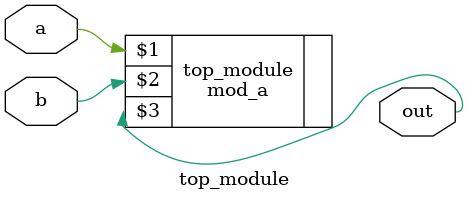
<source format=v>
module top_module ( input a, input b, output out );
    mod_a top_module (a,b,out);
endmodule

</source>
